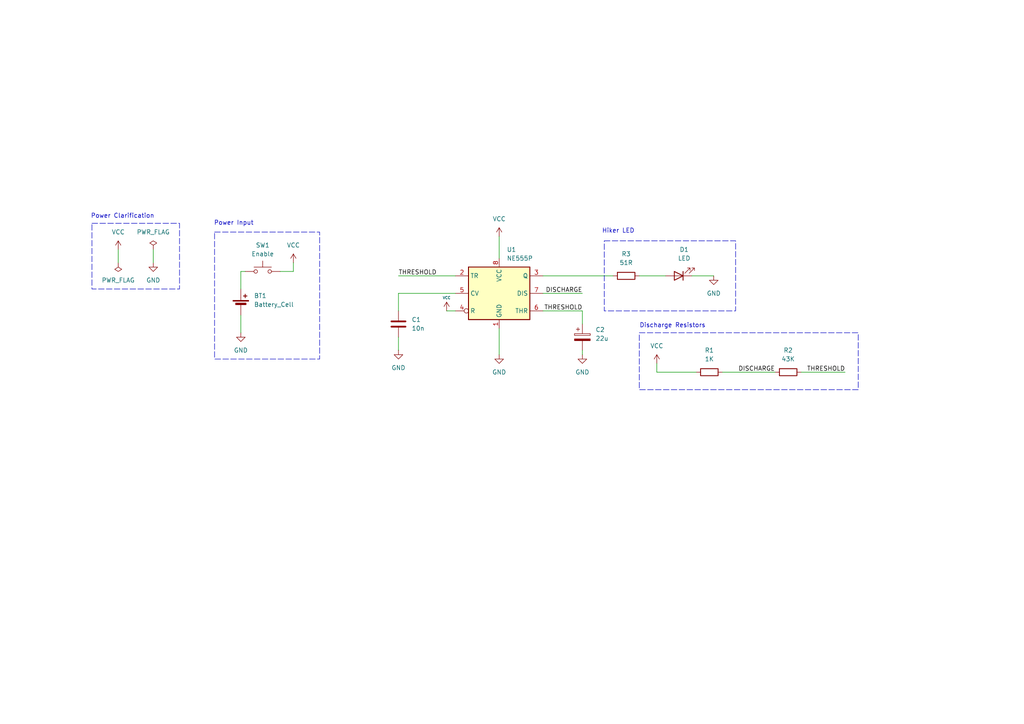
<source format=kicad_sch>
(kicad_sch (version 20231120) (generator "eeschema") (generator_version "8.0")
  (paper "A4")
  (lib_symbols
    (symbol "Device:Battery_Cell" (pin_numbers hide) (pin_names (offset 0) hide)
      (property "Reference" "BT" (at 2.54 2.54 0))
      (property "Value" "Battery_Cell" (at 2.54 0 0))
      (symbol "Battery_Cell_0_1"
        (rectangle (start -2.286 1.778) (end 2.286 1.524) (fill (type outline)))
        (rectangle (start -1.524 1.016) (end 1.524 0.508) (fill (type outline)))
        (polyline (pts (xy 0 0.762) (xy 0 0)))
        (polyline (pts (xy 0 1.778) (xy 0 2.54)))
        (polyline (pts (xy 0.762 3.048) (xy 1.778 3.048)) (stroke (width 0.254)))
        (polyline (pts (xy 1.27 3.556) (xy 1.27 2.54)) (stroke (width 0.254)))
      )
      (symbol "Battery_Cell_1_1"
        (pin passive line (at 0 5.08 270) (length 2.54) (name "+") (number "1"))
        (pin passive line (at 0 -2.54 90) (length 2.54) (name "-") (number "2"))
      )
    )
    (symbol "Device:C" (pin_numbers hide) (pin_names (offset 0.254))
      (property "Reference" "C" (at 0.635 2.54 0))
      (property "Value" "C" (at 0.635 -2.54 0))
      (symbol "C_0_1"
        (polyline (pts (xy -2.032 -0.762) (xy 2.032 -0.762)) (stroke (width 0.508)))
        (polyline (pts (xy -2.032 0.762) (xy 2.032 0.762)) (stroke (width 0.508)))
      )
      (symbol "C_1_1"
        (pin passive line (at 0 3.81 270) (length 2.794) (name "~") (number "1"))
        (pin passive line (at 0 -3.81 90) (length 2.794) (name "~") (number "2"))
      )
    )
    (symbol "Device:C_Polarized" (pin_numbers hide) (pin_names (offset 0.254))
      (property "Reference" "C" (at 0.635 2.54 0))
      (property "Value" "C_Polarized" (at 0.635 -2.54 0))
      (symbol "C_Polarized_0_1"
        (rectangle (start -2.286 0.508) (end 2.286 1.016))
        (polyline (pts (xy -1.778 2.286) (xy -0.762 2.286)))
        (polyline (pts (xy -1.27 2.794) (xy -1.27 1.778)))
        (rectangle (start 2.286 -0.508) (end -2.286 -1.016) (fill (type outline)))
      )
      (symbol "C_Polarized_1_1"
        (pin passive line (at 0 3.81 270) (length 2.794) (name "~") (number "1"))
        (pin passive line (at 0 -3.81 90) (length 2.794) (name "~") (number "2"))
      )
    )
    (symbol "Device:LED" (pin_numbers hide) (pin_names (offset 1.016) hide)
      (property "Reference" "D" (at 0 2.54 0))
      (property "Value" "LED" (at 0 -2.54 0))
      (symbol "LED_0_1"
        (polyline (pts (xy -1.27 -1.27) (xy -1.27 1.27)) (stroke (width 0.254)))
        (polyline (pts (xy -1.27 0) (xy 1.27 0)))
        (polyline (pts (xy 1.27 -1.27) (xy 1.27 1.27) (xy -1.27 0) (xy 1.27 -1.27)) (stroke (width 0.254)))
        (polyline (pts (xy -3.048 -0.762) (xy -4.572 -2.286) (xy -3.81 -2.286) (xy -4.572 -2.286) (xy -4.572 -1.524)))
        (polyline (pts (xy -1.778 -0.762) (xy -3.302 -2.286) (xy -2.54 -2.286) (xy -3.302 -2.286) (xy -3.302 -1.524)))
      )
      (symbol "LED_1_1"
        (pin passive line (at -3.81 0 0) (length 2.54) (name "K") (number "1"))
        (pin passive line (at 3.81 0 180) (length 2.54) (name "A") (number "2"))
      )
    )
    (symbol "Device:R" (pin_numbers hide) (pin_names (offset 0))
      (property "Reference" "R" (at 2.032 0 90))
      (property "Value" "R" (at 0 0 90))
      (symbol "R_0_1"
        (rectangle (start -1.016 -2.54) (end 1.016 2.54) (stroke (width 0.254)))
      )
      (symbol "R_1_1"
        (pin passive line (at 0 3.81 270) (length 1.27) (name "~") (number "1"))
        (pin passive line (at 0 -3.81 90) (length 1.27) (name "~") (number "2"))
      )
    )
    (symbol "Switch:SW_Push" (pin_numbers hide) (pin_names (offset 1.016) hide)
      (property "Reference" "SW" (at 1.27 2.54 0))
      (property "Value" "SW_Push" (at 0 -1.524 0))
      (symbol "SW_Push_0_1"
        (circle (center -2.032 0) (radius 0.508))
        (polyline (pts (xy 0 1.27) (xy 0 3.048)))
        (polyline (pts (xy 2.54 1.27) (xy -2.54 1.27)))
        (circle (center 2.032 0) (radius 0.508))
        (pin passive line (at -5.08 0 0) (length 2.54) (name "1") (number "1"))
        (pin passive line (at 5.08 0 180) (length 2.54) (name "2") (number "2"))
      )
    )
    (symbol "Timer:NE555P"
      (property "Reference" "U" (at -10.16 8.89 0))
      (property "Value" "NE555P" (at 2.54 8.89 0))
      (symbol "NE555P_0_0"
        (pin power_in line (at 0 -10.16 90) (length 2.54) (name "GND") (number "1"))
        (pin power_in line (at 0 10.16 270) (length 2.54) (name "VCC") (number "8"))
      )
      (symbol "NE555P_0_1"
        (rectangle (start -8.89 -7.62) (end 8.89 7.62) (stroke (width 0.254)) (fill (type background)))
        (rectangle (start -8.89 -7.62) (end 8.89 7.62) (stroke (width 0.254)) (fill (type background)))
      )
      (symbol "NE555P_1_1"
        (pin input line (at -12.7 5.08 0) (length 3.81) (name "TR") (number "2"))
        (pin output line (at 12.7 5.08 180) (length 3.81) (name "Q") (number "3"))
        (pin input inverted (at -12.7 -5.08 0) (length 3.81) (name "R") (number "4"))
        (pin input line (at -12.7 0 0) (length 3.81) (name "CV") (number "5"))
        (pin input line (at 12.7 -5.08 180) (length 3.81) (name "THR") (number "6"))
        (pin input line (at 12.7 0 180) (length 3.81) (name "DIS") (number "7"))
      )
    )
    (symbol "power:GND" (power) (pin_numbers hide) (pin_names (offset 0) hide)
      (property "Value" "GND" (at 0 -3.81 0))
      (symbol "GND_0_1"
        (polyline (pts (xy 0 0) (xy 0 -1.27) (xy 1.27 -1.27) (xy 0 -2.54) (xy -1.27 -1.27) (xy 0 -1.27)))
      )
      (symbol "GND_1_1"
        (pin power_in line (at 0 0 270) (length 0) (name "~") (number "1"))
      )
    )
    (symbol "power:PWR_FLAG" (power) (pin_numbers hide) (pin_names (offset 0) hide)
      (property "Value" "PWR_FLAG" (at 0 3.81 0))
      (symbol "PWR_FLAG_0_0"
        (pin power_out line (at 0 0 90) (length 0) (name "~") (number "1"))
      )
      (symbol "PWR_FLAG_0_1"
        (polyline (pts (xy 0 0) (xy 0 1.27) (xy -1.016 1.905) (xy 0 2.54) (xy 1.016 1.905) (xy 0 1.27)))
      )
    )
    (symbol "power:VCC" (power) (pin_numbers hide) (pin_names (offset 0) hide)
      (property "Value" "VCC" (at 0 3.556 0))
      (symbol "VCC_0_1"
        (polyline (pts (xy -0.762 1.27) (xy 0 2.54)))
        (polyline (pts (xy 0 0) (xy 0 2.54)))
        (polyline (pts (xy 0 2.54) (xy 0.762 1.27)))
      )
      (symbol "VCC_1_1"
        (pin power_in line (at 0 0 90) (length 0) (name "~") (number "1"))
      )
    )
  )
  (wire (pts (xy 209.55 107.95) (xy 224.79 107.95)))
  (wire (pts (xy 129.54 90.17) (xy 132.08 90.17)))
  (wire (pts (xy 185.42 80.01) (xy 193.04 80.01)))
  (wire (pts (xy 190.5 105.41) (xy 190.5 107.95)))
  (wire (pts (xy 69.85 78.74) (xy 71.12 78.74)))
  (wire (pts (xy 115.57 97.79) (xy 115.57 101.6)))
  (wire (pts (xy 44.45 72.39) (xy 44.45 76.2)))
  (wire (pts (xy 85.09 78.74) (xy 85.09 76.2)))
  (wire (pts (xy 157.48 90.17) (xy 168.91 90.17)))
  (wire (pts (xy 157.48 80.01) (xy 177.8 80.01)))
  (wire (pts (xy 157.48 85.09) (xy 168.91 85.09)))
  (wire (pts (xy 69.85 91.44) (xy 69.85 96.52)))
  (wire (pts (xy 144.78 95.25) (xy 144.78 102.87)))
  (wire (pts (xy 168.91 90.17) (xy 168.91 93.98)))
  (wire (pts (xy 232.41 107.95) (xy 245.11 107.95)))
  (wire (pts (xy 115.57 80.01) (xy 132.08 80.01)))
  (wire (pts (xy 115.57 90.17) (xy 115.57 85.09)))
  (wire (pts (xy 34.29 72.39) (xy 34.29 76.2)))
  (wire (pts (xy 190.5 107.95) (xy 201.93 107.95)))
  (wire (pts (xy 144.78 68.58) (xy 144.78 74.93)))
  (wire (pts (xy 69.85 83.82) (xy 69.85 78.74)))
  (wire (pts (xy 200.66 80.01) (xy 207.01 80.01)))
  (wire (pts (xy 115.57 85.09) (xy 132.08 85.09)))
  (wire (pts (xy 81.28 78.74) (xy 85.09 78.74)))
  (wire (pts (xy 168.91 101.6) (xy 168.91 102.87)))
  (rectangle (start 175.26 69.85) (end 213.36 90.17) (stroke (width 0) (type dash)))
  (rectangle (start 26.67 64.77) (end 52.07 83.82) (stroke (width 0) (type dash)))
  (rectangle (start 185.42 96.52) (end 248.92 113.03) (stroke (width 0) (type dash)))
  (rectangle (start 62.23 67.31) (end 92.71 104.14) (stroke (width 0) (type dash)))
  (text "Power Input\n" (at 67.818 64.77 0) (effects (font (size 1.27 1.27))))
  (text "Hiker LED" (at 179.324 67.056 0) (effects (font (size 1.27 1.27))))
  (text "Discharge Resistors" (at 195.072 94.488 0) (effects (font (size 1.27 1.27))))
  (text "Power Clarification" (at 35.56 62.738 0) (effects (font (size 1.27 1.27))))
  (label "THRESHOLD" (at 168.91 90.17 180))
  (label "THRESHOLD" (at 245.11 107.95 180))
  (label "DISCHARGE" (at 168.91 85.09 180))
  (label "DISCHARGE" (at 224.79 107.95 180))
  (label "THRESHOLD" (at 115.57 80.01 0))
  (symbol (lib_id "power:PWR_FLAG") (at 34.29 76.2 180) (unit 1)
    (property "Reference" "#FLG02" (effects (hide yes)))
    (property "Value" "PWR_FLAG" (at 34.29 81.28 0))
    (property "Description" "Special symbol for telling ERC where power comes from" (effects (hide yes)))
  )
  (symbol (lib_id "Device:R") (at 181.61 80.01 90) (unit 1)
    (property "Reference" "R3" (at 181.61 73.66 90))
    (property "Value" "51R" (at 181.61 76.2 90))
    (property "Footprint" "Resistor_THT:R_Axial_DIN0207_L6.3mm_D2.5mm_P10.16mm_Horizontal" (effects (hide yes)))
    (property "Description" "Resistor" (effects (hide yes)))
  )
  (symbol (lib_id "power:VCC") (at 34.29 72.39 0) (unit 1)
    (property "Reference" "#PWR010" (effects (hide yes)))
    (property "Value" "VCC" (at 34.29 67.31 0))
    (property "Description" "Power symbol creates a global label with name \"VCC\"" (effects (hide yes)))
  )
  (symbol (lib_id "power:VCC") (at 144.78 68.58 0) (unit 1)
    (property "Reference" "#PWR08" (effects (hide yes)))
    (property "Value" "VCC" (at 144.78 63.5 0))
    (property "Description" "Power symbol creates a global label with name \"VCC\"" (effects (hide yes)))
  )
  (symbol (lib_id "power:GND") (at 69.85 96.52 0) (unit 1)
    (property "Reference" "#PWR02" (effects (hide yes)))
    (property "Value" "GND" (at 69.85 101.6 0))
    (property "Description" "Power symbol creates a global label with name \"GND\" , ground" (effects (hide yes)))
  )
  (symbol (lib_id "Device:R") (at 228.6 107.95 90) (unit 1)
    (property "Reference" "R2" (at 228.6 101.6 90))
    (property "Value" "43K" (at 228.6 104.14 90))
    (property "Footprint" "Resistor_THT:R_Axial_DIN0207_L6.3mm_D2.5mm_P10.16mm_Horizontal" (effects (hide yes)))
    (property "Description" "Resistor" (effects (hide yes)))
  )
  (symbol (lib_id "Device:C") (at 115.57 93.98 0) (unit 1)
    (property "Reference" "C1" (at 119.38 92.7099 0) (effects (justify left)))
    (property "Value" "10n" (at 119.38 95.2499 0) (effects (justify left)))
    (property "Footprint" "Capacitor_THT:C_Disc_D6.0mm_W4.4mm_P5.00mm" (effects (hide yes)))
    (property "Description" "Unpolarized capacitor" (effects (hide yes)))
  )
  (symbol (lib_id "power:VCC") (at 129.54 90.17 0) (unit 1)
    (property "Reference" "#PWR07" (effects (hide yes)))
    (property "Value" "VCC" (at 129.54 86.36 0) (effects (font (size 0.762 0.762))))
    (property "Description" "Power symbol creates a global label with name \"VCC\"" (effects (hide yes)))
  )
  (symbol (lib_id "Device:R") (at 205.74 107.95 90) (unit 1)
    (property "Reference" "R1" (at 205.74 101.6 90))
    (property "Value" "1K" (at 205.74 104.14 90))
    (property "Footprint" "Resistor_THT:R_Axial_DIN0207_L6.3mm_D2.5mm_P10.16mm_Horizontal" (effects (hide yes)))
    (property "Description" "Resistor" (effects (hide yes)))
  )
  (symbol (lib_id "power:VCC") (at 190.5 105.41 0) (unit 1)
    (property "Reference" "#PWR05" (effects (hide yes)))
    (property "Value" "VCC" (at 190.5 100.33 0))
    (property "Description" "Power symbol creates a global label with name \"VCC\"" (effects (hide yes)))
  )
  (symbol (lib_id "power:GND") (at 168.91 102.87 0) (unit 1)
    (property "Reference" "#PWR06" (effects (hide yes)))
    (property "Value" "GND" (at 168.91 107.95 0))
    (property "Description" "Power symbol creates a global label with name \"GND\" , ground" (effects (hide yes)))
  )
  (symbol (lib_id "power:GND") (at 144.78 102.87 0) (unit 1)
    (property "Reference" "#PWR04" (effects (hide yes)))
    (property "Value" "GND" (at 144.78 107.95 0))
    (property "Description" "Power symbol creates a global label with name \"GND\" , ground" (effects (hide yes)))
  )
  (symbol (lib_id "Device:C_Polarized") (at 168.91 97.79 0) (unit 1)
    (property "Reference" "C2" (at 172.72 95.6309 0) (effects (justify left)))
    (property "Value" "22u" (at 172.72 98.1709 0) (effects (justify left)))
    (property "Footprint" "Capacitor_THT:CP_Radial_D6.3mm_P2.50mm" (effects (hide yes)))
    (property "Description" "Polarized capacitor" (effects (hide yes)))
  )
  (symbol (lib_id "Device:Battery_Cell") (at 69.85 88.9 0) (unit 1)
    (property "Reference" "BT1" (at 73.66 85.7884 0) (effects (justify left)))
    (property "Value" "Battery_Cell" (at 73.66 88.3284 0) (effects (justify left)))
    (property "Footprint" "Battery:BatteryHolder_Keystone_103_1x20mm" (effects (hide yes)))
    (property "Description" "Single-cell battery" (effects (hide yes)))
  )
  (symbol (lib_id "power:VCC") (at 85.09 76.2 0) (unit 1)
    (property "Reference" "#PWR01" (effects (hide yes)))
    (property "Value" "VCC" (at 85.09 71.12 0))
    (property "Description" "Power symbol creates a global label with name \"VCC\"" (effects (hide yes)))
  )
  (symbol (lib_id "power:GND") (at 44.45 76.2 0) (unit 1)
    (property "Reference" "#PWR011" (effects (hide yes)))
    (property "Value" "GND" (at 44.45 81.28 0))
    (property "Description" "Power symbol creates a global label with name \"GND\" , ground" (effects (hide yes)))
  )
  (symbol (lib_id "power:GND") (at 115.57 101.6 0) (unit 1)
    (property "Reference" "#PWR03" (effects (hide yes)))
    (property "Value" "GND" (at 115.57 106.68 0))
    (property "Description" "Power symbol creates a global label with name \"GND\" , ground" (effects (hide yes)))
  )
  (symbol (lib_id "Timer:NE555P") (at 144.78 85.09 0) (unit 1)
    (property "Reference" "U1" (at 146.9741 72.39 0) (effects (justify left)))
    (property "Value" "NE555P" (at 146.9741 74.93 0) (effects (justify left)))
    (property "Footprint" "Package_DIP:DIP-8_W7.62mm" (effects (hide yes)))
    (property "Datasheet" "http://www.ti.com/lit/ds/symlink/ne555.pdf" (effects (hide yes)))
    (property "Description" "Precision Timers, 555 compatible,  PDIP-8" (effects (hide yes)))
  )
  (symbol (lib_id "power:GND") (at 207.01 80.01 0) (unit 1)
    (property "Reference" "#PWR09" (effects (hide yes)))
    (property "Value" "GND" (at 207.01 85.09 0))
    (property "Description" "Power symbol creates a global label with name \"GND\" , ground" (effects (hide yes)))
  )
  (symbol (lib_id "Device:LED") (at 196.85 80.01 180) (unit 1)
    (property "Reference" "D1" (at 198.4375 72.39 0))
    (property "Value" "LED" (at 198.4375 74.93 0))
    (property "Footprint" "LED_THT:LED_D5.0mm_Clear" (effects (hide yes)))
    (property "Description" "Light emitting diode" (effects (hide yes)))
  )
  (symbol (lib_id "Switch:SW_Push") (at 76.2 78.74 0) (unit 1)
    (property "Reference" "SW1" (at 76.2 71.12 0))
    (property "Value" "Enable" (at 76.2 73.66 0))
    (property "Footprint" "Button_Switch_THT:SW_PUSH_6mm_H5mm" (effects (hide yes)))
    (property "Description" "Push button switch, generic, two pins" (effects (hide yes)))
  )
  (symbol (lib_id "power:PWR_FLAG") (at 44.45 72.39 0) (unit 1)
    (property "Reference" "#FLG01" (effects (hide yes)))
    (property "Value" "PWR_FLAG" (at 44.45 67.31 0))
    (property "Description" "Special symbol for telling ERC where power comes from" (effects (hide yes)))
  )
)
</source>
